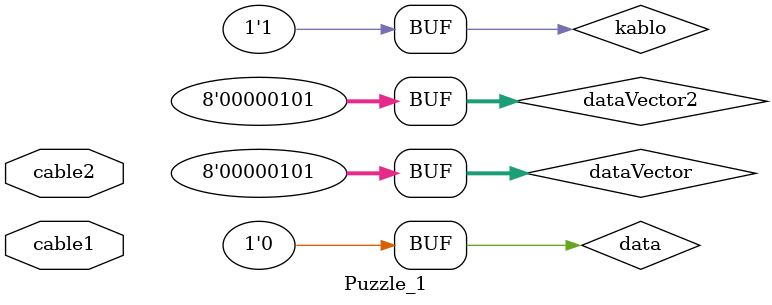
<source format=v>
module Puzzle_1(
    input cable1,
    input cable2
    );
reg data = 1'b0;  //1 bitlik 1 0, 0 atandi
wire kablo = 1'b1; //1 bitlik 1 atandi
reg [7:0] dataVector; //8 bitlik sayi, 7 down to 0 datavector degiskeni tanimlandi
wire [1:8] dataVector2; // 1 up to 8 datavector2 degiskeni tanimlandi
reg [2:0] mem[0:1];  //2 bitlik reg degerine mem atandi ve 0 dan 1 e 2 tane mem degiskeni yapildi daha fazla yapilabilir.

     initial begin
     mem[0]=3'b111;  // memin 0. icin 7 degeri atandi
     mem[1]=3'b101;  //memin 1. degerine 5 degeri atandi
     end

     initial begin
     dataVector = 8'h05; //8 bitlik hex 05 de�eri  yani 0000_0101 
     end
         
     assign dataVector2 = 8'b0000_0101;

endmodule

</source>
